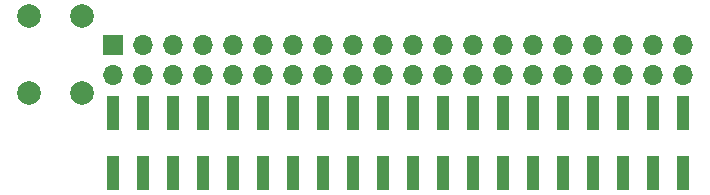
<source format=gbr>
%TF.GenerationSoftware,KiCad,Pcbnew,5.1.9*%
%TF.CreationDate,2021-02-16T04:37:06+02:00*%
%TF.ProjectId,PiCase40,50694361-7365-4343-902e-6b696361645f,rev?*%
%TF.SameCoordinates,Original*%
%TF.FileFunction,Soldermask,Top*%
%TF.FilePolarity,Negative*%
%FSLAX46Y46*%
G04 Gerber Fmt 4.6, Leading zero omitted, Abs format (unit mm)*
G04 Created by KiCad (PCBNEW 5.1.9) date 2021-02-16 04:37:06*
%MOMM*%
%LPD*%
G01*
G04 APERTURE LIST*
%ADD10R,1.000000X3.000000*%
%ADD11R,1.700000X1.700000*%
%ADD12O,1.700000X1.700000*%
%ADD13C,2.000000*%
G04 APERTURE END LIST*
D10*
%TO.C,J2*%
X124892800Y-106545329D03*
X124892800Y-111585329D03*
X127432800Y-106545329D03*
X127432800Y-111585329D03*
X129972800Y-106545329D03*
X129972800Y-111585329D03*
X132512800Y-106545329D03*
X132512800Y-111585329D03*
X135052800Y-106545329D03*
X135052800Y-111585329D03*
X137592800Y-106545329D03*
X137592800Y-111585329D03*
X140132800Y-106545329D03*
X140132800Y-111585329D03*
X142672800Y-106545329D03*
X142672800Y-111585329D03*
X145212800Y-106545329D03*
X145212800Y-111585329D03*
X147752800Y-106545329D03*
X147752800Y-111585329D03*
X150292800Y-106545329D03*
X150292800Y-111585329D03*
X152832800Y-106545329D03*
X152832800Y-111585329D03*
X155372800Y-106545329D03*
X155372800Y-111585329D03*
X157912800Y-106545329D03*
X157912800Y-111585329D03*
X160452800Y-106545329D03*
X160452800Y-111585329D03*
X162992800Y-106545329D03*
X162992800Y-111585329D03*
X165532800Y-106545329D03*
X165532800Y-111585329D03*
X168072800Y-106545329D03*
X168072800Y-111585329D03*
X170612800Y-106545329D03*
X170612800Y-111585329D03*
X173152800Y-106545329D03*
X173152800Y-111585329D03*
%TD*%
D11*
%TO.C,J1*%
X124922800Y-100765329D03*
D12*
X124922800Y-103305329D03*
X127462800Y-100765329D03*
X127462800Y-103305329D03*
X130002800Y-100765329D03*
X130002800Y-103305329D03*
X132542800Y-100765329D03*
X132542800Y-103305329D03*
X135082800Y-100765329D03*
X135082800Y-103305329D03*
X137622800Y-100765329D03*
X137622800Y-103305329D03*
X140162800Y-100765329D03*
X140162800Y-103305329D03*
X142702800Y-100765329D03*
X142702800Y-103305329D03*
X145242800Y-100765329D03*
X145242800Y-103305329D03*
X147782800Y-100765329D03*
X147782800Y-103305329D03*
X150322800Y-100765329D03*
X150322800Y-103305329D03*
X152862800Y-100765329D03*
X152862800Y-103305329D03*
X155402800Y-100765329D03*
X155402800Y-103305329D03*
X157942800Y-100765329D03*
X157942800Y-103305329D03*
X160482800Y-100765329D03*
X160482800Y-103305329D03*
X163022800Y-100765329D03*
X163022800Y-103305329D03*
X165562800Y-100765329D03*
X165562800Y-103305329D03*
X168102800Y-100765329D03*
X168102800Y-103305329D03*
X170642800Y-100765329D03*
X170642800Y-103305329D03*
X173182800Y-100765329D03*
X173182800Y-103305329D03*
%TD*%
D13*
%TO.C,SW1*%
X117772800Y-104815329D03*
X122272800Y-104815329D03*
X117772800Y-98315329D03*
X122272800Y-98315329D03*
%TD*%
M02*

</source>
